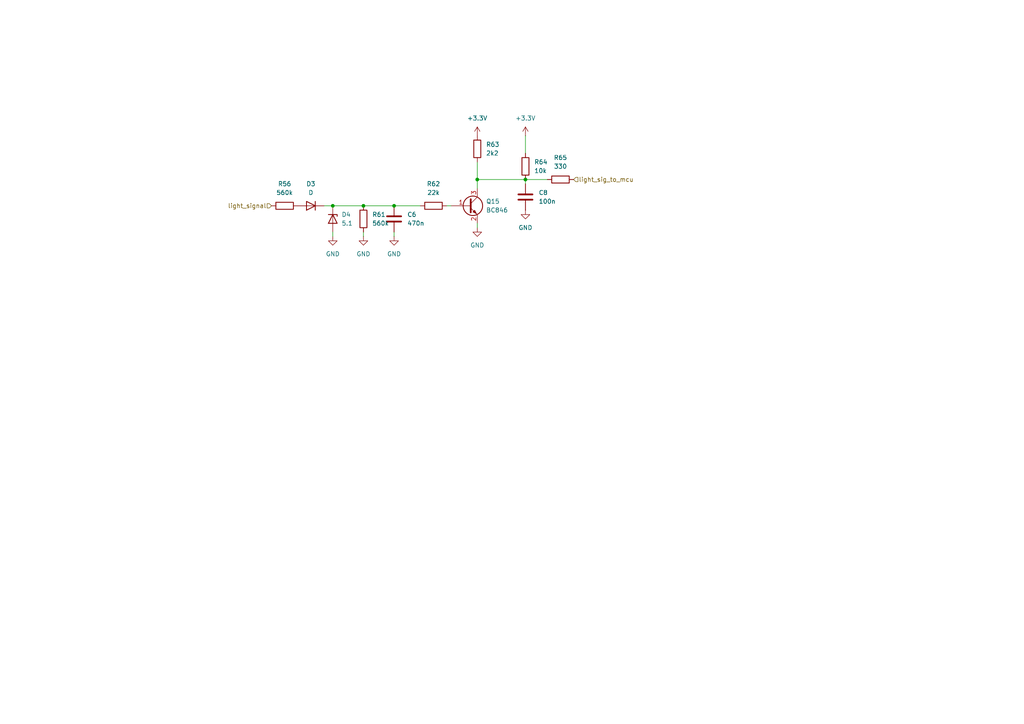
<source format=kicad_sch>
(kicad_sch (version 20231120) (generator "eeschema") (generator_version "8.0")
  (paper "A4")
  (lib_symbols
    (symbol "Device:C" (pin_numbers hide) (pin_names (offset 0.254))
      (property "Reference" "C" (at 0.635 2.54 0))
      (property "Value" "C" (at 0.635 -2.54 0))
      (symbol "C_0_1"
        (polyline (pts (xy -2.032 -0.762) (xy 2.032 -0.762)) (stroke (width 0.508)))
        (polyline (pts (xy -2.032 0.762) (xy 2.032 0.762)) (stroke (width 0.508)))
      )
      (symbol "C_1_1"
        (pin passive line (at 0 3.81 270) (length 2.794) (name "~") (number "1"))
        (pin passive line (at 0 -3.81 90) (length 2.794) (name "~") (number "2"))
      )
    )
    (symbol "Device:D" (pin_numbers hide) (pin_names (offset 1.016) hide)
      (property "Reference" "D" (at 0 2.54 0))
      (property "Value" "D" (at 0 -2.54 0))
      (symbol "D_0_1"
        (polyline (pts (xy -1.27 1.27) (xy -1.27 -1.27)) (stroke (width 0.254)))
        (polyline (pts (xy 1.27 0) (xy -1.27 0)))
        (polyline (pts (xy 1.27 1.27) (xy 1.27 -1.27) (xy -1.27 0) (xy 1.27 1.27)) (stroke (width 0.254)))
      )
      (symbol "D_1_1"
        (pin passive line (at -3.81 0 0) (length 2.54) (name "K") (number "1"))
        (pin passive line (at 3.81 0 180) (length 2.54) (name "A") (number "2"))
      )
    )
    (symbol "Device:D_Zener" (pin_numbers hide) (pin_names (offset 1.016) hide)
      (property "Reference" "D" (at 0 2.54 0))
      (property "Value" "D_Zener" (at 0 -2.54 0))
      (symbol "D_Zener_0_1"
        (polyline (pts (xy 1.27 0) (xy -1.27 0)))
        (polyline (pts (xy -1.27 -1.27) (xy -1.27 1.27) (xy -0.762 1.27)) (stroke (width 0.254)))
        (polyline (pts (xy 1.27 -1.27) (xy 1.27 1.27) (xy -1.27 0) (xy 1.27 -1.27)) (stroke (width 0.254)))
      )
      (symbol "D_Zener_1_1"
        (pin passive line (at -3.81 0 0) (length 2.54) (name "K") (number "1"))
        (pin passive line (at 3.81 0 180) (length 2.54) (name "A") (number "2"))
      )
    )
    (symbol "Device:R" (pin_numbers hide) (pin_names (offset 0))
      (property "Reference" "R" (at 2.032 0 90))
      (property "Value" "R" (at 0 0 90))
      (symbol "R_0_1"
        (rectangle (start -1.016 -2.54) (end 1.016 2.54) (stroke (width 0.254)))
      )
      (symbol "R_1_1"
        (pin passive line (at 0 3.81 270) (length 1.27) (name "~") (number "1"))
        (pin passive line (at 0 -3.81 90) (length 1.27) (name "~") (number "2"))
      )
    )
    (symbol "Transistor_BJT:BC846" (pin_names (offset 0) hide)
      (property "Reference" "Q" (at 5.08 1.905 0))
      (property "Value" "BC846" (at 5.08 0 0))
      (symbol "BC846_0_1"
        (polyline (pts (xy 0.635 0.635) (xy 2.54 2.54)))
        (polyline (pts (xy 0.635 -0.635) (xy 2.54 -2.54) (xy 2.54 -2.54)))
        (polyline (pts (xy 0.635 1.905) (xy 0.635 -1.905) (xy 0.635 -1.905)) (stroke (width 0.508)))
        (polyline (pts (xy 1.27 -1.778) (xy 1.778 -1.27) (xy 2.286 -2.286) (xy 1.27 -1.778) (xy 1.27 -1.778)) (fill (type outline)))
        (circle (center 1.27 0) (radius 2.8194) (stroke (width 0.254)))
      )
      (symbol "BC846_1_1"
        (pin input line (at -5.08 0 0) (length 5.715) (name "B") (number "1"))
        (pin passive line (at 2.54 -5.08 90) (length 2.54) (name "E") (number "2"))
        (pin passive line (at 2.54 5.08 270) (length 2.54) (name "C") (number "3"))
      )
    )
    (symbol "power:+3.3V" (power) (pin_numbers hide) (pin_names (offset 0) hide)
      (property "Value" "+3.3V" (at 0 3.556 0))
      (symbol "+3.3V_0_1"
        (polyline (pts (xy -0.762 1.27) (xy 0 2.54)))
        (polyline (pts (xy 0 0) (xy 0 2.54)))
        (polyline (pts (xy 0 2.54) (xy 0.762 1.27)))
      )
      (symbol "+3.3V_1_1"
        (pin power_in line (at 0 0 90) (length 0) (name "~") (number "1"))
      )
    )
    (symbol "power:GND" (power) (pin_numbers hide) (pin_names (offset 0) hide)
      (property "Value" "GND" (at 0 -3.81 0))
      (symbol "GND_0_1"
        (polyline (pts (xy 0 0) (xy 0 -1.27) (xy 1.27 -1.27) (xy 0 -2.54) (xy -1.27 -1.27) (xy 0 -1.27)))
      )
      (symbol "GND_1_1"
        (pin power_in line (at 0 0 270) (length 0) (name "~") (number "1"))
      )
    )
  )
  (junction (at 114.3 59.69))
  (junction (at 138.43 52.07))
  (junction (at 96.52 59.69))
  (junction (at 105.41 59.69))
  (junction (at 152.4 52.07))
  (wire (pts (xy 152.4 52.07) (xy 152.4 53.34)))
  (wire (pts (xy 138.43 52.07) (xy 152.4 52.07)))
  (wire (pts (xy 105.41 59.69) (xy 114.3 59.69)))
  (wire (pts (xy 138.43 46.99) (xy 138.43 52.07)))
  (wire (pts (xy 138.43 64.77) (xy 138.43 66.04)))
  (wire (pts (xy 114.3 59.69) (xy 121.92 59.69)))
  (wire (pts (xy 129.54 59.69) (xy 130.81 59.69)))
  (wire (pts (xy 96.52 59.69) (xy 105.41 59.69)))
  (wire (pts (xy 152.4 52.07) (xy 158.75 52.07)))
  (wire (pts (xy 152.4 39.37) (xy 152.4 44.45)))
  (wire (pts (xy 93.98 59.69) (xy 96.52 59.69)))
  (wire (pts (xy 114.3 67.31) (xy 114.3 68.58)))
  (wire (pts (xy 96.52 67.31) (xy 96.52 68.58)))
  (wire (pts (xy 138.43 52.07) (xy 138.43 54.61)))
  (wire (pts (xy 105.41 67.31) (xy 105.41 68.58)))
  (hierarchical_label "light_sig_to_mcu" (shape input) (at 166.37 52.07 0))
  (hierarchical_label "light_signal" (shape input) (at 78.74 59.69 180))
  (symbol (lib_id "Device:C") (at 114.3 63.5 0) (unit 1)
    (property "Reference" "C5" (at 118.11 62.2299 0) (effects (justify left)))
    (property "Value" "470n" (at 118.11 64.7699 0) (effects (justify left)))
    (property "Footprint" "Capacitor_SMD:C_0603_1608Metric" (effects (hide yes)))
    (property "Description" "Unpolarized capacitor" (effects (hide yes)))
    (instances (project "rpm_meter" (path "" (reference "C6") (unit 1)) (path "" (reference "C5") (unit 1)) (path "" (reference "C9") (unit 1))))
  )
  (symbol (lib_id "Device:R") (at 105.41 63.5 180) (unit 1)
    (property "Reference" "R58" (at 107.95 62.2299 0) (effects (justify right)))
    (property "Value" "560k" (at 107.95 64.7699 0) (effects (justify right)))
    (property "Footprint" "Resistor_SMD:R_0603_1608Metric" (effects (hide yes)))
    (property "Description" "Resistor" (effects (hide yes)))
    (instances (project "rpm_meter" (path "" (reference "R61") (unit 1)) (path "" (reference "R58") (unit 1)) (path "" (reference "R67") (unit 1))))
  )
  (symbol (lib_id "Device:R") (at 125.73 59.69 90) (unit 1)
    (property "Reference" "R59" (at 125.73 53.34 90))
    (property "Value" "22k" (at 125.73 55.88 90))
    (property "Footprint" "Resistor_SMD:R_0603_1608Metric" (effects (hide yes)))
    (property "Description" "Resistor" (effects (hide yes)))
    (instances (project "rpm_meter" (path "" (reference "R62") (unit 1)) (path "" (reference "R59") (unit 1)) (path "" (reference "R68") (unit 1))))
  )
  (symbol (lib_id "power:GND") (at 152.4 60.96 0) (unit 1)
    (property "Reference" "#PWR042" (effects (hide yes)))
    (property "Value" "GND" (at 152.4 66.04 0))
    (property "Description" "Power symbol creates a global label with name \"GND\" , ground" (effects (hide yes)))
    (instances (project "rpm_meter" (path "" (reference "#PWR048") (unit 1)) (path "" (reference "#PWR042") (unit 1)) (path "" (reference "#PWR055") (unit 1))))
  )
  (symbol (lib_id "power:GND") (at 105.41 68.58 0) (unit 1)
    (property "Reference" "#PWR036" (effects (hide yes)))
    (property "Value" "GND" (at 105.41 73.66 0))
    (property "Description" "Power symbol creates a global label with name \"GND\" , ground" (effects (hide yes)))
    (instances (project "rpm_meter" (path "" (reference "#PWR043") (unit 1)) (path "" (reference "#PWR036") (unit 1)) (path "" (reference "#PWR050") (unit 1))))
  )
  (symbol (lib_id "Device:R") (at 152.4 48.26 0) (unit 1)
    (property "Reference" "R54" (at 154.94 46.9899 0) (effects (justify left)))
    (property "Value" "10k" (at 154.94 49.5299 0) (effects (justify left)))
    (property "Footprint" "Resistor_SMD:R_0603_1608Metric" (effects (hide yes)))
    (property "Description" "Resistor" (effects (hide yes)))
    (instances (project "rpm_meter" (path "" (reference "R64") (unit 1)) (path "" (reference "R54") (unit 1)) (path "" (reference "R70") (unit 1))))
  )
  (symbol (lib_id "Device:R") (at 138.43 43.18 180) (unit 1)
    (property "Reference" "R60" (at 140.97 41.9099 0) (effects (justify right)))
    (property "Value" "2k2" (at 140.97 44.4499 0) (effects (justify right)))
    (property "Footprint" "Resistor_SMD:R_0603_1608Metric" (effects (hide yes)))
    (property "Description" "Resistor" (effects (hide yes)))
    (instances (project "rpm_meter" (path "" (reference "R63") (unit 1)) (path "" (reference "R60") (unit 1)) (path "" (reference "R69") (unit 1))))
  )
  (symbol (lib_id "Device:D") (at 90.17 59.69 180) (unit 1)
    (property "Reference" "D43" (at 90.17 53.34 0))
    (property "Value" "D" (at 90.17 55.88 0))
    (property "Footprint" "Diode_SMD:D_0805_2012Metric" (effects (hide yes)))
    (property "Description" "Diode" (effects (hide yes)))
    (property "Sim.Device" "D" (effects (hide yes)))
    (property "Sim.Pins" "1=K 2=A" (effects (hide yes)))
    (instances (project "rpm_meter" (path "" (reference "D3") (unit 1)) (path "" (reference "D43") (unit 1)) (path "" (reference "D7") (unit 1))))
  )
  (symbol (lib_id "power:GND") (at 96.52 68.58 0) (unit 1)
    (property "Reference" "#PWR035" (effects (hide yes)))
    (property "Value" "GND" (at 96.52 73.66 0))
    (property "Description" "Power symbol creates a global label with name \"GND\" , ground" (effects (hide yes)))
    (instances (project "rpm_meter" (path "" (reference "#PWR040") (unit 1)) (path "" (reference "#PWR035") (unit 1)) (path "" (reference "#PWR049") (unit 1))))
  )
  (symbol (lib_id "Device:R") (at 162.56 52.07 90) (unit 1)
    (property "Reference" "R55" (at 162.56 45.72 90))
    (property "Value" "330" (at 162.56 48.26 90))
    (property "Footprint" "Resistor_SMD:R_0603_1608Metric" (effects (hide yes)))
    (property "Description" "Resistor" (effects (hide yes)))
    (instances (project "rpm_meter" (path "" (reference "R65") (unit 1)) (path "" (reference "R55") (unit 1)) (path "" (reference "R71") (unit 1))))
  )
  (symbol (lib_id "power:+3.3V") (at 138.43 39.37 0) (unit 1)
    (property "Reference" "#PWR038" (effects (hide yes)))
    (property "Value" "+3.3V" (at 138.43 34.29 0))
    (property "Description" "Power symbol creates a global label with name \"+3.3V\"" (effects (hide yes)))
    (instances (project "rpm_meter" (path "" (reference "#PWR045") (unit 1)) (path "" (reference "#PWR038") (unit 1)) (path "" (reference "#PWR052") (unit 1))))
  )
  (symbol (lib_id "power:GND") (at 138.43 66.04 0) (unit 1)
    (property "Reference" "#PWR039" (effects (hide yes)))
    (property "Value" "GND" (at 138.43 71.12 0))
    (property "Description" "Power symbol creates a global label with name \"GND\" , ground" (effects (hide yes)))
    (instances (project "rpm_meter" (path "" (reference "#PWR046") (unit 1)) (path "" (reference "#PWR039") (unit 1)) (path "" (reference "#PWR053") (unit 1))))
  )
  (symbol (lib_id "Device:C") (at 152.4 57.15 0) (unit 1)
    (property "Reference" "C7" (at 156.21 55.8799 0) (effects (justify left)))
    (property "Value" "100n" (at 156.21 58.4199 0) (effects (justify left)))
    (property "Footprint" "Capacitor_SMD:C_0603_1608Metric" (effects (hide yes)))
    (property "Description" "Unpolarized capacitor" (effects (hide yes)))
    (instances (project "rpm_meter" (path "" (reference "C8") (unit 1)) (path "" (reference "C7") (unit 1)) (path "" (reference "C10") (unit 1))))
  )
  (symbol (lib_id "power:+3.3V") (at 152.4 39.37 0) (unit 1)
    (property "Reference" "#PWR041" (effects (hide yes)))
    (property "Value" "+3.3V" (at 152.4 34.29 0))
    (property "Description" "Power symbol creates a global label with name \"+3.3V\"" (effects (hide yes)))
    (instances (project "rpm_meter" (path "" (reference "#PWR047") (unit 1)) (path "" (reference "#PWR041") (unit 1)) (path "" (reference "#PWR054") (unit 1))))
  )
  (symbol (lib_id "Device:R") (at 82.55 59.69 90) (unit 1)
    (property "Reference" "R57" (at 82.55 53.34 90))
    (property "Value" "560k" (at 82.55 55.88 90))
    (property "Footprint" "Resistor_SMD:R_0603_1608Metric" (effects (hide yes)))
    (property "Description" "Resistor" (effects (hide yes)))
    (instances (project "rpm_meter" (path "" (reference "R56") (unit 1)) (path "" (reference "R57") (unit 1)) (path "" (reference "R66") (unit 1))))
  )
  (symbol (lib_id "Transistor_BJT:BC846") (at 135.89 59.69 0) (unit 1)
    (property "Reference" "Q14" (at 140.97 58.4199 0) (effects (justify left)))
    (property "Value" "BC846" (at 140.97 60.9599 0) (effects (justify left)))
    (property "Footprint" "Package_TO_SOT_SMD:SOT-23" (effects (hide yes)))
    (property "Datasheet" "https://assets.nexperia.com/documents/data-sheet/BC846_SER.pdf" (effects (hide yes)))
    (property "Description" "0.1A Ic, 65V Vce, NPN Transistor, SOT-23" (effects (hide yes)))
    (instances (project "rpm_meter" (path "" (reference "Q15") (unit 1)) (path "" (reference "Q14") (unit 1)) (path "" (reference "Q16") (unit 1))))
  )
  (symbol (lib_id "power:GND") (at 114.3 68.58 0) (unit 1)
    (property "Reference" "#PWR037" (effects (hide yes)))
    (property "Value" "GND" (at 114.3 73.66 0))
    (property "Description" "Power symbol creates a global label with name \"GND\" , ground" (effects (hide yes)))
    (instances (project "rpm_meter" (path "" (reference "#PWR044") (unit 1)) (path "" (reference "#PWR037") (unit 1)) (path "" (reference "#PWR051") (unit 1))))
  )
  (symbol (lib_id "Device:D_Zener") (at 96.52 63.5 270) (unit 1)
    (property "Reference" "D44" (at 99.06 62.2299 90) (effects (justify left)))
    (property "Value" "5.1" (at 99.06 64.7699 90) (effects (justify left)))
    (property "Footprint" "Diode_SMD:D_0805_2012Metric" (effects (hide yes)))
    (property "Description" "Zener diode" (effects (hide yes)))
    (instances (project "rpm_meter" (path "" (reference "D4") (unit 1)) (path "" (reference "D44") (unit 1)) (path "" (reference "D8") (unit 1))))
  )
)
</source>
